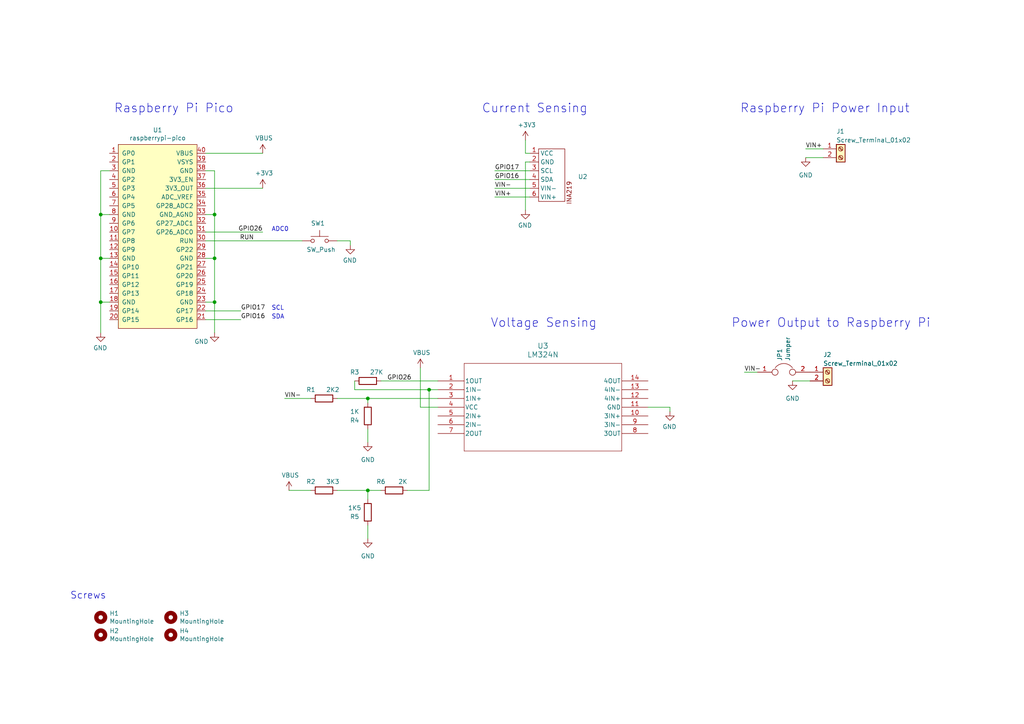
<source format=kicad_sch>
(kicad_sch (version 20231120) (generator "eeschema") (generator_version "8.0")
  (paper "A4")
  (title_block (title "Rpi Pico Wattmeter") (date "2024-02-22") (rev "v2") (company "UNSAAC") (comment 2 "creativecommons.org/licenses/by/4.0/") (comment 3 "License: CC by 4.0 ") (comment 4 "Author: Hanan Ronaldo Quispe Condori"))
  (lib_symbols
    (symbol "2024-02-22_00-51-33:LM324N" (pin_names (offset 0.254))
      (property "Reference" "U" (at 30.48 10.16 0))
      (property "Value" "LM324N" (at 30.48 7.62 0))
      (symbol "LM324N_1_1"
        (polyline (pts (xy 7.62 -20.32) (xy 53.34 -20.32)) (stroke (width 0.127)))
        (polyline (pts (xy 7.62 5.08) (xy 7.62 -20.32)) (stroke (width 0.127)))
        (polyline (pts (xy 53.34 -20.32) (xy 53.34 5.08)) (stroke (width 0.127)))
        (polyline (pts (xy 53.34 5.08) (xy 7.62 5.08)) (stroke (width 0.127)))
        (pin output line (at 0 0 0) (length 7.62) (name "1OUT") (number "1"))
        (pin input line (at 60.96 -10.16 180) (length 7.62) (name "3IN+") (number "10"))
        (pin power_in line (at 60.96 -7.62 180) (length 7.62) (name "GND") (number "11"))
        (pin input line (at 60.96 -5.08 180) (length 7.62) (name "4IN+") (number "12"))
        (pin input line (at 60.96 -2.54 180) (length 7.62) (name "4IN-") (number "13"))
        (pin output line (at 60.96 0 180) (length 7.62) (name "4OUT") (number "14"))
        (pin input line (at 0 -2.54 0) (length 7.62) (name "1IN-") (number "2"))
        (pin input line (at 0 -5.08 0) (length 7.62) (name "1IN+") (number "3"))
        (pin power_in line (at 0 -7.62 0) (length 7.62) (name "VCC") (number "4"))
        (pin input line (at 0 -10.16 0) (length 7.62) (name "2IN+") (number "5"))
        (pin input line (at 0 -12.7 0) (length 7.62) (name "2IN-") (number "6"))
        (pin output line (at 0 -15.24 0) (length 7.62) (name "2OUT") (number "7"))
        (pin output line (at 60.96 -15.24 180) (length 7.62) (name "3OUT") (number "8"))
        (pin input line (at 60.96 -12.7 180) (length 7.62) (name "3IN-") (number "9"))
      )
    )
    (symbol "Connector:Screw_Terminal_01x02" (pin_names (offset 1.016) hide)
      (property "Reference" "J" (at 0 2.54 0))
      (property "Value" "Screw_Terminal_01x02" (at 0 -5.08 0))
      (symbol "Screw_Terminal_01x02_1_1"
        (rectangle (start -1.27 1.27) (end 1.27 -3.81) (stroke (width 0.254)) (fill (type background)))
        (circle (center 0 -2.54) (radius 0.635) (stroke (width 0.1524)))
        (polyline (pts (xy -0.5334 -2.2098) (xy 0.3302 -3.048)) (stroke (width 0.1524)))
        (polyline (pts (xy -0.5334 0.3302) (xy 0.3302 -0.508)) (stroke (width 0.1524)))
        (polyline (pts (xy -0.3556 -2.032) (xy 0.508 -2.8702)) (stroke (width 0.1524)))
        (polyline (pts (xy -0.3556 0.508) (xy 0.508 -0.3302)) (stroke (width 0.1524)))
        (circle (center 0 0) (radius 0.635) (stroke (width 0.1524)))
        (pin passive line (at -5.08 0 0) (length 3.81) (name "Pin_1") (number "1"))
        (pin passive line (at -5.08 -2.54 0) (length 3.81) (name "Pin_2") (number "2"))
      )
    )
    (symbol "Device:R" (pin_numbers hide) (pin_names (offset 0))
      (property "Reference" "R" (at 2.032 0 90))
      (property "Value" "R" (at 0 0 90))
      (symbol "R_0_1"
        (rectangle (start -1.016 -2.54) (end 1.016 2.54) (stroke (width 0.254)))
      )
      (symbol "R_1_1"
        (pin passive line (at 0 3.81 270) (length 1.27) (name "~") (number "1"))
        (pin passive line (at 0 -3.81 90) (length 1.27) (name "~") (number "2"))
      )
    )
    (symbol "GND_1" (power) (pin_names (offset 0))
      (property "Value" "GND_1" (at 0 -3.81 0))
      (symbol "GND_1_0_1"
        (polyline (pts (xy 0 0) (xy 0 -1.27) (xy 1.27 -1.27) (xy 0 -2.54) (xy -1.27 -1.27) (xy 0 -1.27)))
      )
      (symbol "GND_1_1_1"
        (pin power_in line (at 0 0 270) (length 0) hide (name "GND") (number "1"))
      )
    )
    (symbol "GND_2" (power) (pin_names (offset 0))
      (property "Value" "GND_2" (at 0 -3.81 0))
      (symbol "GND_2_0_1"
        (polyline (pts (xy 0 0) (xy 0 -1.27) (xy 1.27 -1.27) (xy 0 -2.54) (xy -1.27 -1.27) (xy 0 -1.27)))
      )
      (symbol "GND_2_1_1"
        (pin power_in line (at 0 0 270) (length 0) hide (name "GND") (number "1"))
      )
    )
    (symbol "INA219_DC_Current_Sensor_1"
      (property "Reference" "U" (at -6.35 5.08 0))
      (symbol "INA219_DC_Current_Sensor_1_0_1"
        (rectangle (start -6.35 3.81) (end 8.89 -3.81))
      )
      (symbol "INA219_DC_Current_Sensor_1_1_1"
        (text "INA219\n" (at 6.35 5.08 0) (effects (font (size 1.27 1.27))))
        (pin power_in line (at -5.08 -6.35 90) (length 2.54) (name "VCC") (number "1"))
        (pin power_in line (at -2.54 -6.35 90) (length 2.54) (name "GND") (number "2"))
        (pin bidirectional line (at 0 -6.35 90) (length 2.54) (name "SCL") (number "3"))
        (pin bidirectional line (at 2.54 -6.35 90) (length 2.54) (name "SDA") (number "4"))
        (pin input line (at 5.08 -6.35 90) (length 2.54) (name "VIN-") (number "5"))
        (pin input line (at 7.62 -6.35 90) (length 2.54) (name "VIN+") (number "6"))
      )
    )
    (symbol "Mechanical:MountingHole" (pin_names (offset 1.016))
      (property "Reference" "H" (at 0 5.08 0))
      (property "Value" "MountingHole" (at 0 3.175 0))
      (symbol "MountingHole_0_1"
        (circle (center 0 0) (radius 1.27) (stroke (width 1.27)))
      )
    )
    (symbol "Switch:SW_Push" (pin_numbers hide) (pin_names (offset 1.016) hide)
      (property "Reference" "SW" (at 1.27 2.54 0))
      (property "Value" "SW_Push" (at 0 -1.524 0))
      (symbol "SW_Push_0_1"
        (circle (center -2.032 0) (radius 0.508))
        (polyline (pts (xy 0 1.27) (xy 0 3.048)))
        (polyline (pts (xy 2.54 1.27) (xy -2.54 1.27)))
        (circle (center 2.032 0) (radius 0.508))
        (pin passive line (at -5.08 0 0) (length 2.54) (name "1") (number "1"))
        (pin passive line (at 5.08 0 180) (length 2.54) (name "2") (number "2"))
      )
    )
    (symbol "kiwikit-rpi-pico-rescue:Jumper-Device" (pin_names (offset 0.762) hide)
      (property "Reference" "JP" (at 0 3.81 0))
      (property "Value" "Device_Jumper" (at 0 -2.032 0))
      (symbol "Jumper-Device_0_1"
        (circle (center -2.54 0) (radius 0.889))
        (arc (start 2.5146 1.27) (mid 0.0078 2.5097) (end -2.4892 1.27))
        (circle (center 2.54 0) (radius 0.889))
        (pin passive line (at -7.62 0 0) (length 4.191) (name "1") (number "1"))
        (pin passive line (at 7.62 0 180) (length 4.191) (name "2") (number "2"))
      )
    )
    (symbol "kiwikit-rpi-pico-rescue:raspberrypi-pico-module-kiwih_kicad" (pin_names (offset 1.016))
      (property "Reference" "U" (at 0 27.94 0))
      (property "Value" "kiwih_kicad_raspberrypi-pico-module" (at 0 -27.94 0))
      (symbol "raspberrypi-pico-module-kiwih_kicad_0_1"
        (rectangle (start -11.43 26.67) (end 11.43 -26.67) (fill (type background)))
      )
      (symbol "raspberrypi-pico-module-kiwih_kicad_1_1"
        (pin bidirectional line (at -13.97 24.13 0) (length 2.54) (name "GP0") (number "1"))
        (pin bidirectional line (at -13.97 1.27 0) (length 2.54) (name "GP7") (number "10"))
        (pin bidirectional line (at -13.97 -1.27 0) (length 2.54) (name "GP8") (number "11"))
        (pin bidirectional line (at -13.97 -3.81 0) (length 2.54) (name "GP9") (number "12"))
        (pin power_in line (at -13.97 -6.35 0) (length 2.54) (name "GND") (number "13"))
        (pin bidirectional line (at -13.97 -8.89 0) (length 2.54) (name "GP10") (number "14"))
        (pin bidirectional line (at -13.97 -11.43 0) (length 2.54) (name "GP11") (number "15"))
        (pin bidirectional line (at -13.97 -13.97 0) (length 2.54) (name "GP12") (number "16"))
        (pin bidirectional line (at -13.97 -16.51 0) (length 2.54) (name "GP13") (number "17"))
        (pin power_in line (at -13.97 -19.05 0) (length 2.54) (name "GND") (number "18"))
        (pin bidirectional line (at -13.97 -21.59 0) (length 2.54) (name "GP14") (number "19"))
        (pin bidirectional line (at -13.97 21.59 0) (length 2.54) (name "GP1") (number "2"))
        (pin bidirectional line (at -13.97 -24.13 0) (length 2.54) (name "GP15") (number "20"))
        (pin bidirectional line (at 13.97 -24.13 180) (length 2.54) (name "GP16") (number "21"))
        (pin bidirectional line (at 13.97 -21.59 180) (length 2.54) (name "GP17") (number "22"))
        (pin power_in line (at 13.97 -19.05 180) (length 2.54) (name "GND") (number "23"))
        (pin bidirectional line (at 13.97 -16.51 180) (length 2.54) (name "GP18") (number "24"))
        (pin bidirectional line (at 13.97 -13.97 180) (length 2.54) (name "GP19") (number "25"))
        (pin bidirectional line (at 13.97 -11.43 180) (length 2.54) (name "GP20") (number "26"))
        (pin bidirectional line (at 13.97 -8.89 180) (length 2.54) (name "GP21") (number "27"))
        (pin power_in line (at 13.97 -6.35 180) (length 2.54) (name "GND") (number "28"))
        (pin bidirectional line (at 13.97 -3.81 180) (length 2.54) (name "GP22") (number "29"))
        (pin power_in line (at -13.97 19.05 0) (length 2.54) (name "GND") (number "3"))
        (pin input line (at 13.97 -1.27 180) (length 2.54) (name "RUN") (number "30"))
        (pin bidirectional line (at 13.97 1.27 180) (length 2.54) (name "GP26_ADC0") (number "31"))
        (pin bidirectional line (at 13.97 3.81 180) (length 2.54) (name "GP27_ADC1") (number "32"))
        (pin power_in line (at 13.97 6.35 180) (length 2.54) (name "GND_AGND") (number "33"))
        (pin bidirectional line (at 13.97 8.89 180) (length 2.54) (name "GP28_ADC2") (number "34"))
        (pin power_in line (at 13.97 11.43 180) (length 2.54) (name "ADC_VREF") (number "35"))
        (pin power_out line (at 13.97 13.97 180) (length 2.54) (name "3V3_OUT") (number "36"))
        (pin input line (at 13.97 16.51 180) (length 2.54) (name "3V3_EN") (number "37"))
        (pin power_in line (at 13.97 19.05 180) (length 2.54) (name "GND") (number "38"))
        (pin power_in line (at 13.97 21.59 180) (length 2.54) (name "VSYS") (number "39"))
        (pin bidirectional line (at -13.97 16.51 0) (length 2.54) (name "GP2") (number "4"))
        (pin power_in line (at 13.97 24.13 180) (length 2.54) (name "VBUS") (number "40"))
        (pin bidirectional line (at -13.97 13.97 0) (length 2.54) (name "GP3") (number "5"))
        (pin bidirectional line (at -13.97 11.43 0) (length 2.54) (name "GP4") (number "6"))
        (pin bidirectional line (at -13.97 8.89 0) (length 2.54) (name "GP5") (number "7"))
        (pin power_in line (at -13.97 6.35 0) (length 2.54) (name "GND") (number "8"))
        (pin bidirectional line (at -13.97 3.81 0) (length 2.54) (name "GP6") (number "9"))
      )
    )
    (symbol "power:+3.3V" (power) (pin_names (offset 0))
      (property "Value" "+3.3V" (at 0 3.556 0))
      (symbol "+3.3V_0_1"
        (polyline (pts (xy -0.762 1.27) (xy 0 2.54)))
        (polyline (pts (xy 0 0) (xy 0 2.54)))
        (polyline (pts (xy 0 2.54) (xy 0.762 1.27)))
      )
      (symbol "+3.3V_1_1"
        (pin power_in line (at 0 0 90) (length 0) hide (name "+3V3") (number "1"))
      )
    )
    (symbol "power:GND" (power) (pin_names (offset 0))
      (property "Value" "GND" (at 0 -3.81 0))
      (symbol "GND_0_1"
        (polyline (pts (xy 0 0) (xy 0 -1.27) (xy 1.27 -1.27) (xy 0 -2.54) (xy -1.27 -1.27) (xy 0 -1.27)))
      )
      (symbol "GND_1_1"
        (pin power_in line (at 0 0 270) (length 0) hide (name "GND") (number "1"))
      )
    )
    (symbol "power:VBUS" (power) (pin_names (offset 0))
      (property "Value" "VBUS" (at 0 3.81 0))
      (symbol "VBUS_0_1"
        (polyline (pts (xy -0.762 1.27) (xy 0 2.54)))
        (polyline (pts (xy 0 0) (xy 0 2.54)))
        (polyline (pts (xy 0 2.54) (xy 0.762 1.27)))
      )
      (symbol "VBUS_1_1"
        (pin power_in line (at 0 0 90) (length 0) hide (name "VBUS") (number "1"))
      )
    )
  )
  (junction (at 124.46 113.03))
  (junction (at 62.23 62.23))
  (junction (at 106.68 142.24))
  (junction (at 29.21 62.23))
  (junction (at 62.23 74.93))
  (junction (at 29.21 74.93))
  (junction (at 106.68 115.57))
  (junction (at 62.23 87.63))
  (junction (at 29.21 87.63))
  (wire (pts (xy 62.23 74.93) (xy 62.23 87.63)))
  (wire (pts (xy 31.75 49.53) (xy 29.21 49.53)))
  (wire (pts (xy 143.51 49.53) (xy 153.67 49.53)))
  (wire (pts (xy 59.69 44.45) (xy 76.2 44.45)))
  (wire (pts (xy 62.23 62.23) (xy 62.23 74.93)))
  (wire (pts (xy 124.46 113.03) (xy 124.46 142.24)))
  (wire (pts (xy 59.69 49.53) (xy 62.23 49.53)))
  (wire (pts (xy 97.79 115.57) (xy 106.68 115.57)))
  (wire (pts (xy 153.67 44.45) (xy 152.4 44.45)))
  (wire (pts (xy 106.68 152.4) (xy 106.68 156.21)))
  (wire (pts (xy 101.6 69.85) (xy 101.6 71.12)))
  (wire (pts (xy 152.4 44.45) (xy 152.4 40.64)))
  (wire (pts (xy 127 118.11) (xy 121.92 118.11)))
  (wire (pts (xy 143.51 57.15) (xy 153.67 57.15)))
  (wire (pts (xy 59.69 90.17) (xy 69.85 90.17)))
  (wire (pts (xy 82.55 115.57) (xy 90.17 115.57)))
  (wire (pts (xy 97.79 142.24) (xy 106.68 142.24)))
  (wire (pts (xy 106.68 124.46) (xy 106.68 128.27)))
  (wire (pts (xy 83.82 142.24) (xy 90.17 142.24)))
  (wire (pts (xy 153.67 46.99) (xy 152.4 46.99)))
  (wire (pts (xy 106.68 142.24) (xy 110.49 142.24)))
  (wire (pts (xy 29.21 74.93) (xy 29.21 87.63)))
  (wire (pts (xy 121.92 106.68) (xy 121.92 118.11)))
  (wire (pts (xy 233.68 45.72) (xy 238.76 45.72)))
  (wire (pts (xy 62.23 49.53) (xy 62.23 62.23)))
  (wire (pts (xy 229.87 110.49) (xy 234.95 110.49)))
  (wire (pts (xy 31.75 62.23) (xy 29.21 62.23)))
  (wire (pts (xy 97.79 69.85) (xy 101.6 69.85)))
  (wire (pts (xy 31.75 74.93) (xy 29.21 74.93)))
  (wire (pts (xy 59.69 87.63) (xy 62.23 87.63)))
  (wire (pts (xy 143.51 54.61) (xy 153.67 54.61)))
  (wire (pts (xy 194.31 118.11) (xy 194.31 119.38)))
  (wire (pts (xy 102.87 113.03) (xy 124.46 113.03)))
  (wire (pts (xy 59.69 92.71) (xy 69.85 92.71)))
  (wire (pts (xy 118.11 142.24) (xy 124.46 142.24)))
  (wire (pts (xy 59.69 69.85) (xy 87.63 69.85)))
  (wire (pts (xy 59.69 74.93) (xy 62.23 74.93)))
  (wire (pts (xy 102.87 110.49) (xy 102.87 113.03)))
  (wire (pts (xy 127 113.03) (xy 124.46 113.03)))
  (wire (pts (xy 31.75 87.63) (xy 29.21 87.63)))
  (wire (pts (xy 59.69 67.31) (xy 76.2 67.31)))
  (wire (pts (xy 143.51 52.07) (xy 153.67 52.07)))
  (wire (pts (xy 59.69 62.23) (xy 62.23 62.23)))
  (wire (pts (xy 215.9 107.95) (xy 219.71 107.95)))
  (wire (pts (xy 59.69 54.61) (xy 76.2 54.61)))
  (wire (pts (xy 106.68 144.78) (xy 106.68 142.24)))
  (wire (pts (xy 106.68 115.57) (xy 106.68 116.84)))
  (wire (pts (xy 152.4 46.99) (xy 152.4 60.96)))
  (wire (pts (xy 187.96 118.11) (xy 194.31 118.11)))
  (wire (pts (xy 110.49 110.49) (xy 127 110.49)))
  (wire (pts (xy 29.21 49.53) (xy 29.21 62.23)))
  (wire (pts (xy 29.21 62.23) (xy 29.21 74.93)))
  (wire (pts (xy 233.68 43.18) (xy 238.76 43.18)))
  (wire (pts (xy 62.23 87.63) (xy 62.23 96.52)))
  (wire (pts (xy 29.21 87.63) (xy 29.21 96.52)))
  (wire (pts (xy 106.68 115.57) (xy 127 115.57)))
  (text "Raspberry Pi Pico" (at 33.02 33.02 0) (effects (font (size 2.54 2.54)) (justify left bottom)))
  (text "Raspberry Pi Power Input\n" (at 214.63 33.02 0) (effects (font (size 2.54 2.54)) (justify left bottom)))
  (text "Voltage Sensing\n" (at 142.24 95.25 0) (effects (font (size 2.54 2.54)) (justify left bottom)))
  (text "Power Output to Raspberry Pi\n" (at 212.09 95.25 0) (effects (font (size 2.54 2.54)) (justify left bottom)))
  (text "SDA" (at 78.74 92.71 0) (effects (font (size 1.27 1.27)) (justify left bottom)))
  (text "Current Sensing\n" (at 139.7 33.02 0) (effects (font (size 2.54 2.54)) (justify left bottom)))
  (text "ADC0" (at 78.74 67.31 0) (effects (font (size 1.27 1.27)) (justify left bottom)))
  (text "Screws" (at 20.32 173.99 0) (effects (font (size 2.0066 2.0066)) (justify left bottom)))
  (text "SCL\n" (at 78.74 90.17 0) (effects (font (size 1.27 1.27)) (justify left bottom)))
  (label "GPIO17" (at 69.85 90.17 0))
  (label "VIN-" (at 215.9 107.95 0))
  (label "RUN" (at 73.66 69.85 180))
  (label "GPIO16" (at 69.85 92.71 0))
  (label "VIN-" (at 143.51 54.61 0))
  (label "GPIO16" (at 143.51 52.07 0))
  (label "VIN+" (at 143.51 57.15 0))
  (label "VIN-" (at 82.55 115.57 0))
  (label "GPIO17" (at 143.51 49.53 0))
  (label "GPIO26" (at 76.2 67.31 180))
  (label "GPIO26" (at 119.38 110.49 180))
  (label "VIN+" (at 233.68 43.18 0))
  (symbol (lib_id "Device:R") (at 93.98 142.24 270) (unit 1)
    (property "Reference" "R2" (at 90.17 139.7 90))
    (property "Value" "3K3" (at 96.52 139.7 90))
    (property "Footprint" "Resistor_THT:R_Axial_DIN0207_L6.3mm_D2.5mm_P7.62mm_Horizontal" (effects (hide yes)))
  )
  (symbol (lib_id "kiwikit-rpi-pico-rescue:Jumper-Device") (at 227.33 107.95 0) (unit 1)
    (property "Reference" "JP1" (at 226.1616 104.7242 90) (effects (justify left)))
    (property "Value" "Jumper" (at 228.473 104.7242 90) (effects (justify left)))
    (property "Footprint" "Connector_PinHeader_2.54mm:PinHeader_1x02_P2.54mm_Vertical" (effects (hide yes)))
  )
  (symbol (lib_name "GND_2") (lib_id "power:GND") (at 106.68 128.27 0) (unit 1)
    (property "Reference" "#PWR07" (effects (hide yes)))
    (property "Value" "GND" (at 106.68 133.35 0))
  )
  (symbol (lib_id "power:+3.3V") (at 76.2 54.61 0) (unit 1)
    (property "Reference" "#PWR012" (effects (hide yes)))
    (property "Value" "+3V3" (at 76.581 50.2158 0))
  )
  (symbol (lib_id "Device:R") (at 106.68 110.49 270) (unit 1)
    (property "Reference" "R3" (at 102.87 107.95 90))
    (property "Value" "27K" (at 109.22 107.95 90))
    (property "Footprint" "Resistor_THT:R_Axial_DIN0207_L6.3mm_D2.5mm_P7.62mm_Horizontal" (effects (hide yes)))
  )
  (symbol (lib_id "power:+3.3V") (at 152.4 40.64 0) (unit 1)
    (property "Reference" "#PWR01" (effects (hide yes)))
    (property "Value" "+3V3" (at 152.781 36.2458 0))
  )
  (symbol (lib_id "power:VBUS") (at 76.2 44.45 0) (unit 1)
    (property "Reference" "#PWR011" (effects (hide yes)))
    (property "Value" "VBUS" (at 76.581 40.0558 0))
  )
  (symbol (lib_id "Device:R") (at 93.98 115.57 270) (unit 1)
    (property "Reference" "R1" (at 90.17 113.03 90))
    (property "Value" "2K2" (at 96.52 113.03 90))
    (property "Footprint" "Resistor_THT:R_Axial_DIN0207_L6.3mm_D2.5mm_P7.62mm_Horizontal" (effects (hide yes)))
  )
  (symbol (lib_id "Mechanical:MountingHole") (at 49.53 184.15 0) (unit 1)
    (property "Reference" "H4" (at 52.07 182.9816 0) (effects (justify left)))
    (property "Value" "MountingHole" (at 52.07 185.293 0) (effects (justify left)))
    (property "Footprint" "MountingHole:MountingHole_2.2mm_M2" (effects (hide yes)))
  )
  (symbol (lib_id "power:VBUS") (at 83.82 142.24 0) (unit 1)
    (property "Reference" "#PWR06" (effects (hide yes)))
    (property "Value" "VBUS" (at 84.201 137.8458 0))
  )
  (symbol (lib_name "GND_1") (lib_id "power:GND") (at 229.87 110.49 0) (unit 1)
    (property "Reference" "#PWR04" (effects (hide yes)))
    (property "Value" "GND" (at 229.87 115.57 0))
  )
  (symbol (lib_id "Connector:Screw_Terminal_01x02") (at 240.03 107.95 0) (unit 1)
    (property "Reference" "J2" (at 238.76 102.87 0) (effects (justify left)))
    (property "Value" "Screw_Terminal_01x02" (at 238.76 105.41 0) (effects (justify left)))
    (property "Footprint" "TerminalBlock:TerminalBlock_bornier-2_P5.08mm" (effects (hide yes)))
  )
  (symbol (lib_id "Mechanical:MountingHole") (at 29.21 179.07 0) (unit 1)
    (property "Reference" "H1" (at 31.75 177.9016 0) (effects (justify left)))
    (property "Value" "MountingHole" (at 31.75 180.213 0) (effects (justify left)))
    (property "Footprint" "MountingHole:MountingHole_2.2mm_M2" (effects (hide yes)))
  )
  (symbol (lib_id "Mechanical:MountingHole") (at 49.53 179.07 0) (unit 1)
    (property "Reference" "H3" (at 52.07 177.9016 0) (effects (justify left)))
    (property "Value" "MountingHole" (at 52.07 180.213 0) (effects (justify left)))
    (property "Footprint" "MountingHole:MountingHole_2.2mm_M2" (effects (hide yes)))
  )
  (symbol (lib_id "power:GND") (at 101.6 71.12 0) (mirror y) (unit 1)
    (property "Reference" "#PWR013" (effects (hide yes)))
    (property "Value" "GND" (at 101.473 75.5142 0))
  )
  (symbol (lib_id "Device:R") (at 106.68 148.59 0) (unit 1)
    (property "Reference" "R5" (at 102.87 149.86 0))
    (property "Value" "1K5" (at 102.87 147.32 0))
    (property "Footprint" "Resistor_THT:R_Axial_DIN0207_L6.3mm_D2.5mm_P7.62mm_Horizontal" (effects (hide yes)))
  )
  (symbol (lib_name "GND_1") (lib_id "power:GND") (at 233.68 45.72 0) (unit 1)
    (property "Reference" "#PWR03" (effects (hide yes)))
    (property "Value" "GND" (at 233.68 50.8 0))
  )
  (symbol (lib_id "power:GND") (at 29.21 96.52 0) (mirror y) (unit 1)
    (property "Reference" "#PWR014" (effects (hide yes)))
    (property "Value" "GND" (at 29.083 100.9142 0))
  )
  (symbol (lib_id "power:GND") (at 152.4 60.96 0) (mirror y) (unit 1)
    (property "Reference" "#PWR02" (effects (hide yes)))
    (property "Value" "GND" (at 152.273 65.3542 0))
  )
  (symbol (lib_id "Device:R") (at 106.68 120.65 0) (unit 1)
    (property "Reference" "R4" (at 102.87 121.92 0))
    (property "Value" "1K" (at 102.87 119.38 0))
    (property "Footprint" "Resistor_THT:R_Axial_DIN0207_L6.3mm_D2.5mm_P7.62mm_Horizontal" (effects (hide yes)))
  )
  (symbol (lib_id "Switch:SW_Push") (at 92.71 69.85 0) (unit 1)
    (property "Reference" "SW1" (at 90.17 64.77 0) (effects (justify left)))
    (property "Value" "SW_Push" (at 88.9 72.39 0) (effects (justify left)))
    (property "Footprint" "Button_Switch_THT:SW_PUSH_1P1T_6x3.5mm_H5.0_APEM_MJTP1250" (effects (hide yes)))
  )
  (symbol (lib_id "2024-02-22_00-51-33:LM324N") (at 127 110.49 0) (unit 1)
    (property "Reference" "U3" (at 157.48 100.33 0) (effects (font (size 1.524 1.524))))
    (property "Value" "LM324N" (at 157.48 102.87 0) (effects (font (size 1.524 1.524))))
    (property "Footprint" "LM324:N14" (effects (hide yes)))
    (property "Datasheet" "LM324N" (effects (hide yes)))
  )
  (symbol (lib_name "INA219_DC_Current_Sensor_1") (lib_id "ina219:INA219_DC_Current_Sensor") (at 160.02 49.53 270) (unit 1)
    (property "Reference" "U2" (at 167.64 51.2487 90) (effects (justify left)))
    (property "Value" "LM219" (effects (hide yes)))
    (property "Footprint" "ina219:ina219" (effects (hide yes)))
  )
  (symbol (lib_id "Mechanical:MountingHole") (at 29.21 184.15 0) (unit 1)
    (property "Reference" "H2" (at 31.75 182.9816 0) (effects (justify left)))
    (property "Value" "MountingHole" (at 31.75 185.293 0) (effects (justify left)))
    (property "Footprint" "MountingHole:MountingHole_2.2mm_M2" (effects (hide yes)))
  )
  (symbol (lib_id "power:VBUS") (at 121.92 106.68 0) (unit 1)
    (property "Reference" "#PWR09" (effects (hide yes)))
    (property "Value" "VBUS" (at 122.301 102.2858 0))
  )
  (symbol (lib_id "Device:R") (at 114.3 142.24 270) (unit 1)
    (property "Reference" "R6" (at 110.49 139.7 90))
    (property "Value" "2K" (at 116.84 139.7 90))
    (property "Footprint" "Resistor_THT:R_Axial_DIN0207_L6.3mm_D2.5mm_P7.62mm_Horizontal" (effects (hide yes)))
  )
  (symbol (lib_id "power:GND") (at 194.31 119.38 0) (mirror y) (unit 1)
    (property "Reference" "#PWR010" (effects (hide yes)))
    (property "Value" "GND" (at 194.183 123.7742 0))
  )
  (symbol (lib_id "Connector:Screw_Terminal_01x02") (at 243.84 43.18 0) (unit 1)
    (property "Reference" "J1" (at 242.57 38.1 0) (effects (justify left)))
    (property "Value" "Screw_Terminal_01x02" (at 242.57 40.64 0) (effects (justify left)))
    (property "Footprint" "TerminalBlock:TerminalBlock_bornier-2_P5.08mm" (effects (hide yes)))
  )
  (symbol (lib_id "power:GND") (at 62.23 96.52 0) (mirror y) (unit 1)
    (property "Reference" "#PWR05" (effects (hide yes)))
    (property "Value" "GND" (at 58.42 99.06 0))
  )
  (symbol (lib_id "kiwikit-rpi-pico-rescue:raspberrypi-pico-module-kiwih_kicad") (at 45.72 68.58 0) (unit 1)
    (property "Reference" "U1" (at 45.72 37.719 0))
    (property "Value" "raspberrypi-pico" (at 45.72 40.0304 0))
    (property "Footprint" "RpiPico:raspberrypi-pico-module" (effects (hide yes)))
  )
  (symbol (lib_name "GND_2") (lib_id "power:GND") (at 106.68 156.21 0) (unit 1)
    (property "Reference" "#PWR08" (effects (hide yes)))
    (property "Value" "GND" (at 106.68 161.29 0))
  )
)
</source>
